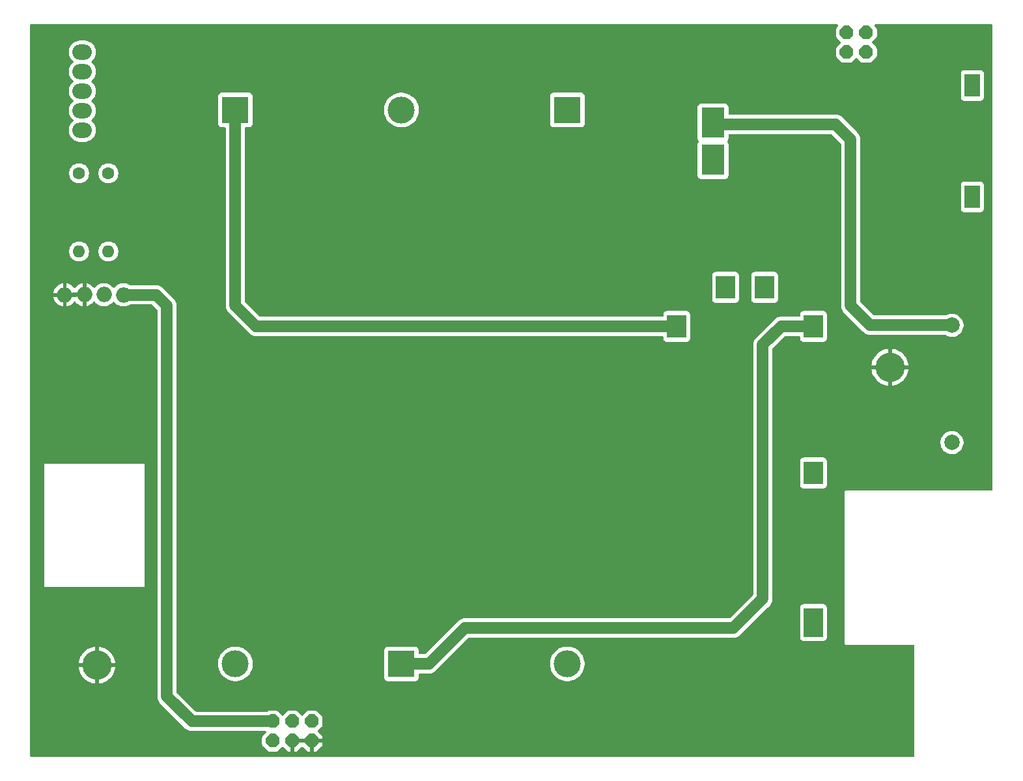
<source format=gbr>
%TF.GenerationSoftware,KiCad,Pcbnew,9.0.0*%
%TF.CreationDate,2025-04-09T21:16:24+03:00*%
%TF.ProjectId,QMX+ Battery + Audio Board,514d582b-2042-4617-9474-657279202b20,rev?*%
%TF.SameCoordinates,Original*%
%TF.FileFunction,Copper,L2,Bot*%
%TF.FilePolarity,Positive*%
%FSLAX46Y46*%
G04 Gerber Fmt 4.6, Leading zero omitted, Abs format (unit mm)*
G04 Created by KiCad (PCBNEW 9.0.0) date 2025-04-09 21:16:24*
%MOMM*%
%LPD*%
G01*
G04 APERTURE LIST*
G04 Aperture macros list*
%AMOutline5P*
0 Free polygon, 5 corners , with rotation*
0 The origin of the aperture is its center*
0 number of corners: always 5*
0 $1 to $10 corner X, Y*
0 $11 Rotation angle, in degrees counterclockwise*
0 create outline with 5 corners*
4,1,5,$1,$2,$3,$4,$5,$6,$7,$8,$9,$10,$1,$2,$11*%
%AMOutline6P*
0 Free polygon, 6 corners , with rotation*
0 The origin of the aperture is its center*
0 number of corners: always 6*
0 $1 to $12 corner X, Y*
0 $13 Rotation angle, in degrees counterclockwise*
0 create outline with 6 corners*
4,1,6,$1,$2,$3,$4,$5,$6,$7,$8,$9,$10,$11,$12,$1,$2,$13*%
%AMOutline7P*
0 Free polygon, 7 corners , with rotation*
0 The origin of the aperture is its center*
0 number of corners: always 7*
0 $1 to $14 corner X, Y*
0 $15 Rotation angle, in degrees counterclockwise*
0 create outline with 7 corners*
4,1,7,$1,$2,$3,$4,$5,$6,$7,$8,$9,$10,$11,$12,$13,$14,$1,$2,$15*%
%AMOutline8P*
0 Free polygon, 8 corners , with rotation*
0 The origin of the aperture is its center*
0 number of corners: always 8*
0 $1 to $16 corner X, Y*
0 $17 Rotation angle, in degrees counterclockwise*
0 create outline with 8 corners*
4,1,8,$1,$2,$3,$4,$5,$6,$7,$8,$9,$10,$11,$12,$13,$14,$15,$16,$1,$2,$17*%
G04 Aperture macros list end*
%TA.AperFunction,ComponentPad*%
%ADD10R,2.000000X3.000000*%
%TD*%
%TA.AperFunction,ComponentPad*%
%ADD11R,3.000000X4.000000*%
%TD*%
%TA.AperFunction,ComponentPad*%
%ADD12R,3.500000X3.500000*%
%TD*%
%TA.AperFunction,ComponentPad*%
%ADD13C,3.500000*%
%TD*%
%TA.AperFunction,ComponentPad*%
%ADD14C,2.000000*%
%TD*%
%TA.AperFunction,ComponentPad*%
%ADD15O,2.000000X2.000000*%
%TD*%
%TA.AperFunction,ComponentPad*%
%ADD16O,2.540000X2.000000*%
%TD*%
%TA.AperFunction,ComponentPad*%
%ADD17C,1.600000*%
%TD*%
%TA.AperFunction,ComponentPad*%
%ADD18O,1.600000X1.600000*%
%TD*%
%TA.AperFunction,ComponentPad*%
%ADD19R,2.520000X1.551400*%
%TD*%
%TA.AperFunction,ComponentPad*%
%ADD20R,2.500000X3.000000*%
%TD*%
%TA.AperFunction,ComponentPad*%
%ADD21C,3.810000*%
%TD*%
%TA.AperFunction,ComponentPad*%
%ADD22Outline8P,-0.889000X0.368236X-0.368236X0.889000X0.368236X0.889000X0.889000X0.368236X0.889000X-0.368236X0.368236X-0.889000X-0.368236X-0.889000X-0.889000X-0.368236X0.000000*%
%TD*%
%TA.AperFunction,ComponentPad*%
%ADD23Outline8P,-0.889000X0.368236X-0.368236X0.889000X0.368236X0.889000X0.889000X0.368236X0.889000X-0.368236X0.368236X-0.889000X-0.368236X-0.889000X-0.889000X-0.368236X270.000000*%
%TD*%
%TA.AperFunction,Conductor*%
%ADD24C,1.500000*%
%TD*%
G04 APERTURE END LIST*
D10*
%TO.P,U1,1,VIN*%
%TO.N,unconnected-(U1-VIN-Pad1)*%
X212668500Y-77317500D03*
%TO.P,U1,2,GND*%
%TO.N,unconnected-(U1-GND-Pad2)*%
X212668500Y-62839500D03*
D11*
%TO.P,U1,3,BAT*%
%TO.N,Net-(J3-Pin_1)*%
X178938500Y-67665500D03*
%TO.P,U1,4,GND*%
%TO.N,Net-(BMS1--)*%
X178938500Y-72491500D03*
%TD*%
D12*
%TO.P,BT3,1,+*%
%TO.N,Net-(BMS1-12.6V)*%
X116840000Y-66000000D03*
D13*
%TO.P,BT3,2,-*%
%TO.N,Net-(BMS1-8.4V)*%
X116840000Y-138000000D03*
%TD*%
D14*
%TO.P,F1,1*%
%TO.N,Net-(J3-Pin_1)*%
X210000000Y-93980000D03*
%TO.P,F1,2*%
%TO.N,Net-(BMS1-+)*%
X210000000Y-109220000D03*
%TD*%
D15*
%TO.P,U2,1,VDD*%
%TO.N,Net-(J2-Pin_2)*%
X102284000Y-90028200D03*
%TO.P,U2,2,IN*%
%TO.N,Net-(U2-IN)*%
X99744000Y-90006100D03*
%TO.P,U2,3,GND*%
%TO.N,GND*%
X94655000Y-90028200D03*
X97204000Y-90006100D03*
%TD*%
D16*
%TO.P,J1,1,Pin_1*%
%TO.N,unconnected-(J1-Pin_1-Pad1)*%
X96940000Y-68640000D03*
%TO.P,J1,2,Pin_2*%
%TO.N,unconnected-(J1-Pin_2-Pad2)*%
X96940000Y-66100000D03*
%TO.P,J1,3,Pin_3*%
%TO.N,Net-(J1-Pin_3)*%
X96940000Y-63560000D03*
%TO.P,J1,4,Pin_4*%
%TO.N,Net-(J1-Pin_4)*%
X96940000Y-61020000D03*
%TO.P,J1,5,Pin_5*%
%TO.N,unconnected-(J1-Pin_5-Pad5)*%
X96940000Y-58480000D03*
%TD*%
D17*
%TO.P,R2,1*%
%TO.N,Net-(J1-Pin_4)*%
X96520000Y-74236000D03*
D18*
%TO.P,R2,2*%
%TO.N,Net-(U2-IN)*%
X96520000Y-84396000D03*
%TD*%
D17*
%TO.P,R1,1*%
%TO.N,Net-(J1-Pin_3)*%
X100330000Y-74236000D03*
D18*
%TO.P,R1,2*%
%TO.N,Net-(U2-IN)*%
X100330000Y-84396000D03*
%TD*%
D19*
%TO.P,BMS1,1,0V*%
%TO.N,Net-(BMS1-0V)*%
X192010000Y-133750300D03*
D20*
X192000000Y-132240000D03*
%TO.P,BMS1,2,4.2V*%
%TO.N,Net-(BMS1-4.2V)*%
X192000000Y-113190000D03*
%TO.P,BMS1,3,8.4V*%
%TO.N,Net-(BMS1-8.4V)*%
X192000000Y-94140000D03*
%TO.P,BMS1,4,12.6V*%
%TO.N,Net-(BMS1-12.6V)*%
X174220000Y-94140000D03*
%TO.P,BMS1,5,+*%
%TO.N,Net-(BMS1-+)*%
X180570000Y-89060000D03*
%TO.P,BMS1,6,-*%
%TO.N,Net-(BMS1--)*%
X185650000Y-89060000D03*
%TD*%
D21*
%TO.P,H4,B3\u002C3*%
%TO.N,GND*%
X98840000Y-138172500D03*
%TD*%
%TO.P,H202,B3\u002C3*%
%TO.N,GND*%
X201948750Y-99437500D03*
%TD*%
D12*
%TO.P,BT2,1,+*%
%TO.N,Net-(BMS1-8.4V)*%
X138430000Y-138000000D03*
D13*
%TO.P,BT2,2,-*%
%TO.N,Net-(BMS1-4.2V)*%
X138430000Y-66000000D03*
%TD*%
D12*
%TO.P,BT1,1,+*%
%TO.N,Net-(BMS1-4.2V)*%
X160000000Y-66000000D03*
D13*
%TO.P,BT1,2,-*%
%TO.N,Net-(BMS1-0V)*%
X160000000Y-138000000D03*
%TD*%
D22*
%TO.P,J2,1,Pin_1*%
%TO.N,unconnected-(J2-Pin_1-Pad1)*%
X121700000Y-148010000D03*
%TO.P,J2,2,Pin_2*%
%TO.N,Net-(J2-Pin_2)*%
X121700000Y-145470000D03*
%TO.P,J2,3,Pin_3*%
%TO.N,GND*%
X124240000Y-148010000D03*
%TO.P,J2,4,Pin_4*%
%TO.N,unconnected-(J2-Pin_4-Pad4)*%
X124240000Y-145470000D03*
%TO.P,J2,5,Pin_5*%
%TO.N,GND*%
X126780000Y-148010000D03*
%TO.P,J2,6,Pin_6*%
%TO.N,unconnected-(J2-Pin_6-Pad6)*%
X126780000Y-145470000D03*
%TD*%
D23*
%TO.P,J3,1,Pin_1*%
%TO.N,Net-(J3-Pin_1)*%
X196312500Y-55940000D03*
%TO.P,J3,2,Pin_2*%
%TO.N,unconnected-(J3-Pin_2-Pad2)*%
X198852500Y-55940000D03*
%TO.P,J3,3,Pin_3*%
%TO.N,Net-(BMS1--)*%
X196312500Y-58480000D03*
%TO.P,J3,4,Pin_4*%
%TO.N,unconnected-(J3-Pin_4-Pad4)*%
X198852500Y-58480000D03*
%TD*%
D24*
%TO.N,Net-(BMS1-12.6V)*%
X119540000Y-94140000D02*
X174220000Y-94140000D01*
X116840000Y-66000000D02*
X116840000Y-91440000D01*
X116840000Y-91440000D02*
X119540000Y-94140000D01*
%TO.N,Net-(BMS1-8.4V)*%
X146650000Y-133350000D02*
X181610000Y-133350000D01*
X187800000Y-94140000D02*
X192000000Y-94140000D01*
X181610000Y-133350000D02*
X185420000Y-129540000D01*
X138430000Y-138000000D02*
X142000000Y-138000000D01*
X185420000Y-96520000D02*
X187800000Y-94140000D01*
X185420000Y-129540000D02*
X185420000Y-96520000D01*
X142000000Y-138000000D02*
X146650000Y-133350000D01*
%TO.N,Net-(J2-Pin_2)*%
X106538200Y-90028200D02*
X102284000Y-90028200D01*
X107950000Y-142240000D02*
X107950000Y-91440000D01*
X121700000Y-145470000D02*
X111180000Y-145470000D01*
X111180000Y-145470000D02*
X107950000Y-142240000D01*
X107950000Y-91440000D02*
X106538200Y-90028200D01*
%TO.N,Net-(J3-Pin_1)*%
X194861600Y-67861600D02*
X178938500Y-67861600D01*
X196850000Y-91440000D02*
X196850000Y-69850000D01*
X178938500Y-68580000D02*
X178938500Y-67861600D01*
X196850000Y-69850000D02*
X194861600Y-67861600D01*
X210000000Y-93980000D02*
X199390000Y-93980000D01*
X199390000Y-93980000D02*
X196850000Y-91440000D01*
%TD*%
%TA.AperFunction,Conductor*%
%TO.N,GND*%
G36*
X126306619Y-147813919D02*
G01*
X126272000Y-147943120D01*
X126272000Y-148076880D01*
X126306619Y-148206081D01*
X126337749Y-148260000D01*
X124682251Y-148260000D01*
X124713381Y-148206081D01*
X124748000Y-148076880D01*
X124748000Y-147943120D01*
X124713381Y-147813919D01*
X124682251Y-147760000D01*
X126337749Y-147760000D01*
X126306619Y-147813919D01*
G37*
%TD.AperFunction*%
%TA.AperFunction,Conductor*%
G36*
X96738075Y-89813107D02*
G01*
X96704000Y-89940274D01*
X96704000Y-90071926D01*
X96738075Y-90199093D01*
X96770988Y-90256100D01*
X96273179Y-90256100D01*
X96237896Y-90275366D01*
X96211538Y-90278200D01*
X95088012Y-90278200D01*
X95120925Y-90221193D01*
X95155000Y-90094026D01*
X95155000Y-89962374D01*
X95120925Y-89835207D01*
X95088012Y-89778200D01*
X95585821Y-89778200D01*
X95621104Y-89758934D01*
X95647462Y-89756100D01*
X96770988Y-89756100D01*
X96738075Y-89813107D01*
G37*
%TD.AperFunction*%
%TA.AperFunction,Conductor*%
G36*
X195184627Y-54890185D02*
G01*
X195230382Y-54942989D01*
X195240326Y-55012147D01*
X195211301Y-55075703D01*
X195205269Y-55082181D01*
X195040628Y-55246821D01*
X195040611Y-55246840D01*
X194988636Y-55313745D01*
X194988635Y-55313746D01*
X194933561Y-55446710D01*
X194933559Y-55446717D01*
X194923000Y-55530783D01*
X194922999Y-55530790D01*
X194922999Y-56349210D01*
X194933559Y-56433282D01*
X194933560Y-56433286D01*
X194988636Y-56566251D01*
X195000238Y-56581186D01*
X195040621Y-56633171D01*
X195040625Y-56633175D01*
X195040626Y-56633176D01*
X195529768Y-57122318D01*
X195563253Y-57183641D01*
X195558269Y-57253333D01*
X195529768Y-57297680D01*
X195040628Y-57786821D01*
X195040611Y-57786840D01*
X194988636Y-57853745D01*
X194988635Y-57853746D01*
X194933561Y-57986710D01*
X194933559Y-57986717D01*
X194923000Y-58070783D01*
X194922999Y-58070790D01*
X194922999Y-58889210D01*
X194933559Y-58973282D01*
X194933560Y-58973286D01*
X194988636Y-59106251D01*
X195000238Y-59121186D01*
X195040621Y-59173171D01*
X195040625Y-59173175D01*
X195040626Y-59173176D01*
X195619321Y-59751871D01*
X195619340Y-59751888D01*
X195686245Y-59803863D01*
X195686246Y-59803864D01*
X195758963Y-59833983D01*
X195819214Y-59858940D01*
X195903287Y-59869500D01*
X196721709Y-59869501D01*
X196805785Y-59858940D01*
X196938752Y-59803863D01*
X197005671Y-59751879D01*
X197494818Y-59262729D01*
X197556141Y-59229245D01*
X197625832Y-59234229D01*
X197670180Y-59262730D01*
X198159321Y-59751871D01*
X198159340Y-59751888D01*
X198226245Y-59803863D01*
X198226246Y-59803864D01*
X198298963Y-59833983D01*
X198359214Y-59858940D01*
X198443287Y-59869500D01*
X199261709Y-59869501D01*
X199345785Y-59858940D01*
X199478752Y-59803863D01*
X199545671Y-59751879D01*
X200124382Y-59173167D01*
X200176364Y-59106253D01*
X200231440Y-58973286D01*
X200242000Y-58889213D01*
X200242001Y-58070791D01*
X200231440Y-57986715D01*
X200176363Y-57853748D01*
X200124379Y-57786829D01*
X199840037Y-57502487D01*
X199635230Y-57297680D01*
X199601745Y-57236357D01*
X199606729Y-57166665D01*
X199635228Y-57122320D01*
X200124382Y-56633167D01*
X200176364Y-56566253D01*
X200231440Y-56433286D01*
X200242000Y-56349213D01*
X200242001Y-55530791D01*
X200231440Y-55446715D01*
X200176363Y-55313748D01*
X200124379Y-55246829D01*
X199959731Y-55082181D01*
X199926246Y-55020858D01*
X199931230Y-54951166D01*
X199973102Y-54895233D01*
X200038566Y-54870816D01*
X200047412Y-54870500D01*
X215180500Y-54870500D01*
X215247539Y-54890185D01*
X215293294Y-54942989D01*
X215304500Y-54994500D01*
X215304500Y-115305500D01*
X215284815Y-115372539D01*
X215232011Y-115418294D01*
X215180500Y-115429500D01*
X196223866Y-115429500D01*
X196150175Y-115460024D01*
X196093774Y-115516425D01*
X196063250Y-115590116D01*
X196063250Y-115590118D01*
X196063250Y-135275118D01*
X196063250Y-135354882D01*
X196093774Y-135428574D01*
X196150176Y-135484976D01*
X196223868Y-135515500D01*
X205020500Y-135515500D01*
X205087539Y-135535185D01*
X205133294Y-135587989D01*
X205144500Y-135639500D01*
X205144500Y-149935500D01*
X205124815Y-150002539D01*
X205072011Y-150048294D01*
X205020500Y-150059500D01*
X90274500Y-150059500D01*
X90207461Y-150039815D01*
X90161706Y-149987011D01*
X90150500Y-149935500D01*
X90150500Y-137922500D01*
X96447951Y-137922500D01*
X97209029Y-137922500D01*
X97190000Y-138042642D01*
X97190000Y-138302358D01*
X97209029Y-138422500D01*
X96447951Y-138422500D01*
X96465243Y-138575974D01*
X96465245Y-138575990D01*
X96525352Y-138839337D01*
X96525353Y-138839339D01*
X96614569Y-139094306D01*
X96614571Y-139094310D01*
X96731767Y-139337671D01*
X96875485Y-139566395D01*
X97043904Y-139777587D01*
X97234912Y-139968595D01*
X97446104Y-140137014D01*
X97674828Y-140280732D01*
X97918189Y-140397928D01*
X97918193Y-140397930D01*
X98173160Y-140487146D01*
X98173162Y-140487147D01*
X98436509Y-140547254D01*
X98436525Y-140547256D01*
X98590000Y-140564549D01*
X98590000Y-139803471D01*
X98710142Y-139822500D01*
X98969858Y-139822500D01*
X99090000Y-139803471D01*
X99090000Y-140564548D01*
X99243474Y-140547256D01*
X99243490Y-140547254D01*
X99506837Y-140487147D01*
X99506839Y-140487146D01*
X99761806Y-140397930D01*
X99761810Y-140397928D01*
X100005171Y-140280732D01*
X100233895Y-140137014D01*
X100445087Y-139968595D01*
X100636095Y-139777587D01*
X100804514Y-139566395D01*
X100948232Y-139337671D01*
X101065428Y-139094310D01*
X101065430Y-139094306D01*
X101154646Y-138839339D01*
X101154647Y-138839337D01*
X101214754Y-138575990D01*
X101214756Y-138575974D01*
X101232049Y-138422500D01*
X100470971Y-138422500D01*
X100490000Y-138302358D01*
X100490000Y-138042642D01*
X100470971Y-137922500D01*
X101232049Y-137922500D01*
X101214756Y-137769025D01*
X101214754Y-137769009D01*
X101154647Y-137505662D01*
X101154646Y-137505660D01*
X101065430Y-137250693D01*
X101065428Y-137250689D01*
X100948232Y-137007328D01*
X100804514Y-136778604D01*
X100636095Y-136567412D01*
X100445087Y-136376404D01*
X100233895Y-136207985D01*
X100005171Y-136064267D01*
X99761810Y-135947071D01*
X99761806Y-135947069D01*
X99506839Y-135857853D01*
X99506837Y-135857852D01*
X99243490Y-135797745D01*
X99243474Y-135797743D01*
X99090000Y-135780449D01*
X99090000Y-136541528D01*
X98969858Y-136522500D01*
X98710142Y-136522500D01*
X98590000Y-136541528D01*
X98590000Y-135780449D01*
X98436525Y-135797743D01*
X98436509Y-135797745D01*
X98173162Y-135857852D01*
X98173160Y-135857853D01*
X97918193Y-135947069D01*
X97918189Y-135947071D01*
X97674828Y-136064267D01*
X97446104Y-136207985D01*
X97234912Y-136376404D01*
X97043904Y-136567412D01*
X96875485Y-136778604D01*
X96731767Y-137007328D01*
X96614571Y-137250689D01*
X96614569Y-137250693D01*
X96525353Y-137505660D01*
X96525352Y-137505662D01*
X96465245Y-137769009D01*
X96465243Y-137769025D01*
X96447951Y-137922500D01*
X90150500Y-137922500D01*
X90150500Y-128000000D01*
X92000000Y-128000000D01*
X105000000Y-128000000D01*
X105000000Y-112000000D01*
X92000000Y-112000000D01*
X92000000Y-128000000D01*
X90150500Y-128000000D01*
X90150500Y-89778200D01*
X93175898Y-89778200D01*
X94221988Y-89778200D01*
X94189075Y-89835207D01*
X94155000Y-89962374D01*
X94155000Y-90094026D01*
X94189075Y-90221193D01*
X94221988Y-90278200D01*
X93175898Y-90278200D01*
X93191934Y-90379447D01*
X93264897Y-90604002D01*
X93372085Y-90814371D01*
X93510866Y-91005386D01*
X93677813Y-91172333D01*
X93868828Y-91311114D01*
X94079195Y-91418302D01*
X94303744Y-91491263D01*
X94303750Y-91491265D01*
X94405000Y-91507301D01*
X94405000Y-90461212D01*
X94462007Y-90494125D01*
X94589174Y-90528200D01*
X94720826Y-90528200D01*
X94847993Y-90494125D01*
X94905000Y-90461212D01*
X94905000Y-91507300D01*
X95006249Y-91491265D01*
X95006255Y-91491263D01*
X95230804Y-91418302D01*
X95441171Y-91311114D01*
X95632186Y-91172333D01*
X95799139Y-91005380D01*
X95837209Y-90952980D01*
X95892538Y-90910314D01*
X95962151Y-90904333D01*
X96023947Y-90936938D01*
X96037846Y-90952978D01*
X96059866Y-90983286D01*
X96226813Y-91150233D01*
X96417828Y-91289014D01*
X96628195Y-91396202D01*
X96852744Y-91469163D01*
X96852750Y-91469165D01*
X96954000Y-91485201D01*
X96954000Y-90439112D01*
X97011007Y-90472025D01*
X97138174Y-90506100D01*
X97269826Y-90506100D01*
X97396993Y-90472025D01*
X97454000Y-90439112D01*
X97454000Y-91485200D01*
X97555249Y-91469165D01*
X97555255Y-91469163D01*
X97779804Y-91396202D01*
X97990171Y-91289014D01*
X98181186Y-91150233D01*
X98348137Y-90983282D01*
X98373371Y-90948550D01*
X98428700Y-90905883D01*
X98498314Y-90899902D01*
X98560109Y-90932507D01*
X98574008Y-90948547D01*
X98599483Y-90983610D01*
X98766490Y-91150617D01*
X98957567Y-91289443D01*
X99000099Y-91311114D01*
X99168003Y-91396666D01*
X99168005Y-91396666D01*
X99168008Y-91396668D01*
X99236025Y-91418768D01*
X99392631Y-91469653D01*
X99625903Y-91506600D01*
X99625908Y-91506600D01*
X99862097Y-91506600D01*
X100095368Y-91469653D01*
X100096876Y-91469163D01*
X100319992Y-91396668D01*
X100530433Y-91289443D01*
X100721510Y-91150617D01*
X100888517Y-90983610D01*
X100905651Y-90960026D01*
X100960979Y-90917359D01*
X101030593Y-90911378D01*
X101092389Y-90943982D01*
X101106288Y-90960022D01*
X101139482Y-91005709D01*
X101139483Y-91005710D01*
X101306490Y-91172717D01*
X101497567Y-91311543D01*
X101556512Y-91341577D01*
X101708003Y-91418766D01*
X101708005Y-91418766D01*
X101708008Y-91418768D01*
X101828412Y-91457889D01*
X101932631Y-91491753D01*
X102165903Y-91528700D01*
X102165908Y-91528700D01*
X102402097Y-91528700D01*
X102635368Y-91491753D01*
X102655536Y-91485200D01*
X102859992Y-91418768D01*
X103070433Y-91311543D01*
X103076799Y-91306917D01*
X103083043Y-91302382D01*
X103148849Y-91278902D01*
X103155928Y-91278700D01*
X105968864Y-91278700D01*
X106035903Y-91298385D01*
X106056545Y-91315019D01*
X106663181Y-91921655D01*
X106696666Y-91982978D01*
X106699500Y-92009336D01*
X106699500Y-142338422D01*
X106730290Y-142532826D01*
X106791117Y-142720030D01*
X106880476Y-142895405D01*
X106996172Y-143054646D01*
X110365354Y-146423828D01*
X110524595Y-146539524D01*
X110699974Y-146628884D01*
X110699976Y-146628884D01*
X110699979Y-146628886D01*
X110699977Y-146628886D01*
X110876178Y-146686136D01*
X110876179Y-146686137D01*
X110883145Y-146688400D01*
X110887174Y-146689709D01*
X110984378Y-146705104D01*
X111081578Y-146720500D01*
X111081583Y-146720500D01*
X111081584Y-146720500D01*
X111278417Y-146720500D01*
X120725087Y-146720500D01*
X120792126Y-146740185D01*
X120837881Y-146792989D01*
X120847825Y-146862147D01*
X120818800Y-146925703D01*
X120812768Y-146932181D01*
X120428128Y-147316821D01*
X120428111Y-147316840D01*
X120376136Y-147383745D01*
X120376135Y-147383746D01*
X120321061Y-147516710D01*
X120321059Y-147516717D01*
X120310500Y-147600783D01*
X120310499Y-147600790D01*
X120310499Y-148419210D01*
X120321059Y-148503282D01*
X120321060Y-148503286D01*
X120376136Y-148636251D01*
X120376137Y-148636252D01*
X120428121Y-148703171D01*
X120428125Y-148703175D01*
X120428126Y-148703176D01*
X121006821Y-149281871D01*
X121006840Y-149281888D01*
X121073745Y-149333863D01*
X121073746Y-149333864D01*
X121146463Y-149363983D01*
X121206714Y-149388940D01*
X121290787Y-149399500D01*
X122109209Y-149399501D01*
X122193285Y-149388940D01*
X122326252Y-149333863D01*
X122393171Y-149281879D01*
X122882674Y-148792374D01*
X122943995Y-148758891D01*
X123013686Y-148763875D01*
X123058034Y-148792376D01*
X123547154Y-149281496D01*
X123547167Y-149281507D01*
X123614005Y-149333429D01*
X123746839Y-149388450D01*
X123830825Y-149398999D01*
X123989999Y-149398999D01*
X123990000Y-149398998D01*
X123990000Y-148452251D01*
X124043919Y-148483381D01*
X124173120Y-148518000D01*
X124306880Y-148518000D01*
X124436081Y-148483381D01*
X124490000Y-148452251D01*
X124490000Y-149398999D01*
X124649170Y-149398999D01*
X124733160Y-149388451D01*
X124865993Y-149333429D01*
X124932840Y-149281500D01*
X124932846Y-149281495D01*
X125422319Y-148792023D01*
X125483642Y-148758538D01*
X125553334Y-148763522D01*
X125597681Y-148792023D01*
X126087154Y-149281496D01*
X126087167Y-149281507D01*
X126154005Y-149333429D01*
X126286839Y-149388450D01*
X126370825Y-149398999D01*
X126529999Y-149398999D01*
X126530000Y-149398998D01*
X126530000Y-148452251D01*
X126583919Y-148483381D01*
X126713120Y-148518000D01*
X126846880Y-148518000D01*
X126976081Y-148483381D01*
X127030000Y-148452251D01*
X127030000Y-149398999D01*
X127189170Y-149398999D01*
X127273160Y-149388451D01*
X127405993Y-149333429D01*
X127472840Y-149281500D01*
X127472846Y-149281495D01*
X128051496Y-148702845D01*
X128051507Y-148702832D01*
X128103429Y-148635994D01*
X128103429Y-148635993D01*
X128158450Y-148503160D01*
X128168999Y-148419177D01*
X128169000Y-148419171D01*
X128169000Y-148260000D01*
X127222251Y-148260000D01*
X127253381Y-148206081D01*
X127288000Y-148076880D01*
X127288000Y-147943120D01*
X127253381Y-147813919D01*
X127222251Y-147760000D01*
X128168999Y-147760000D01*
X128168999Y-147600829D01*
X128158451Y-147516839D01*
X128103429Y-147384006D01*
X128051500Y-147317159D01*
X128051495Y-147317153D01*
X127562376Y-146828034D01*
X127528891Y-146766711D01*
X127533875Y-146697019D01*
X127562372Y-146652677D01*
X128051882Y-146163167D01*
X128103864Y-146096253D01*
X128158940Y-145963286D01*
X128169500Y-145879213D01*
X128169501Y-145060791D01*
X128158940Y-144976715D01*
X128103863Y-144843748D01*
X128051879Y-144776829D01*
X127962319Y-144687269D01*
X127473178Y-144198128D01*
X127473159Y-144198111D01*
X127406254Y-144146136D01*
X127406253Y-144146135D01*
X127273289Y-144091061D01*
X127273287Y-144091060D01*
X127273286Y-144091060D01*
X127273285Y-144091059D01*
X127273282Y-144091059D01*
X127189216Y-144080500D01*
X127189209Y-144080499D01*
X126370789Y-144080499D01*
X126286717Y-144091059D01*
X126286713Y-144091060D01*
X126153748Y-144146136D01*
X126086829Y-144198121D01*
X126086823Y-144198126D01*
X125597681Y-144687269D01*
X125536358Y-144720754D01*
X125466666Y-144715770D01*
X125422319Y-144687269D01*
X124933178Y-144198128D01*
X124933159Y-144198111D01*
X124866254Y-144146136D01*
X124866253Y-144146135D01*
X124733289Y-144091061D01*
X124733287Y-144091060D01*
X124733286Y-144091060D01*
X124733285Y-144091059D01*
X124733282Y-144091059D01*
X124649216Y-144080500D01*
X124649209Y-144080499D01*
X123830789Y-144080499D01*
X123746717Y-144091059D01*
X123746713Y-144091060D01*
X123613748Y-144146136D01*
X123546829Y-144198121D01*
X123546823Y-144198126D01*
X123057681Y-144687269D01*
X122996358Y-144720754D01*
X122926666Y-144715770D01*
X122882319Y-144687269D01*
X122393178Y-144198128D01*
X122393159Y-144198111D01*
X122326254Y-144146136D01*
X122326253Y-144146135D01*
X122193289Y-144091061D01*
X122193287Y-144091060D01*
X122193286Y-144091060D01*
X122193285Y-144091059D01*
X122193282Y-144091059D01*
X122109216Y-144080500D01*
X122109209Y-144080499D01*
X121290789Y-144080499D01*
X121206717Y-144091059D01*
X121206713Y-144091060D01*
X121073748Y-144146136D01*
X121036902Y-144174759D01*
X121012873Y-144193425D01*
X120947857Y-144219006D01*
X120936804Y-144219500D01*
X111749336Y-144219500D01*
X111682297Y-144199815D01*
X111661655Y-144183181D01*
X109236819Y-141758345D01*
X109203334Y-141697022D01*
X109200500Y-141670664D01*
X109200500Y-137852486D01*
X114589500Y-137852486D01*
X114589500Y-138147513D01*
X114609887Y-138302358D01*
X114628007Y-138439993D01*
X114664443Y-138575974D01*
X114704361Y-138724951D01*
X114704364Y-138724961D01*
X114817254Y-138997500D01*
X114817258Y-138997510D01*
X114964761Y-139252993D01*
X115144352Y-139487040D01*
X115144358Y-139487047D01*
X115352952Y-139695641D01*
X115352959Y-139695647D01*
X115587006Y-139875238D01*
X115842489Y-140022741D01*
X115842490Y-140022741D01*
X115842493Y-140022743D01*
X116115048Y-140135639D01*
X116400007Y-140211993D01*
X116678415Y-140248646D01*
X116692478Y-140250498D01*
X116692494Y-140250500D01*
X116692501Y-140250500D01*
X116987499Y-140250500D01*
X116987506Y-140250500D01*
X117279993Y-140211993D01*
X117564952Y-140135639D01*
X117837507Y-140022743D01*
X118092994Y-139875238D01*
X118327042Y-139695646D01*
X118535646Y-139487042D01*
X118715238Y-139252994D01*
X118862743Y-138997507D01*
X118975639Y-138724952D01*
X119051993Y-138439993D01*
X119090500Y-138147506D01*
X119090500Y-137852494D01*
X119051993Y-137560007D01*
X118975639Y-137275048D01*
X118862743Y-137002493D01*
X118811623Y-136913951D01*
X118715238Y-136747006D01*
X118535647Y-136512959D01*
X118535641Y-136512952D01*
X118327047Y-136304358D01*
X118327040Y-136304352D01*
X118317696Y-136297182D01*
X118193829Y-136202135D01*
X136179500Y-136202135D01*
X136179500Y-139797870D01*
X136179501Y-139797876D01*
X136185908Y-139857483D01*
X136236202Y-139992328D01*
X136236206Y-139992335D01*
X136322452Y-140107544D01*
X136322455Y-140107547D01*
X136437664Y-140193793D01*
X136437671Y-140193797D01*
X136572517Y-140244091D01*
X136572516Y-140244091D01*
X136579444Y-140244835D01*
X136632127Y-140250500D01*
X140227872Y-140250499D01*
X140287483Y-140244091D01*
X140422331Y-140193796D01*
X140537546Y-140107546D01*
X140623796Y-139992331D01*
X140674091Y-139857483D01*
X140680500Y-139797873D01*
X140680500Y-139374500D01*
X140700185Y-139307461D01*
X140752989Y-139261706D01*
X140804500Y-139250500D01*
X142098422Y-139250500D01*
X142292826Y-139219709D01*
X142480026Y-139158884D01*
X142655405Y-139069524D01*
X142814646Y-138953828D01*
X143915988Y-137852486D01*
X157749500Y-137852486D01*
X157749500Y-138147513D01*
X157769887Y-138302358D01*
X157788007Y-138439993D01*
X157824443Y-138575974D01*
X157864361Y-138724951D01*
X157864364Y-138724961D01*
X157977254Y-138997500D01*
X157977258Y-138997510D01*
X158124761Y-139252993D01*
X158304352Y-139487040D01*
X158304358Y-139487047D01*
X158512952Y-139695641D01*
X158512959Y-139695647D01*
X158747006Y-139875238D01*
X159002489Y-140022741D01*
X159002490Y-140022741D01*
X159002493Y-140022743D01*
X159275048Y-140135639D01*
X159560007Y-140211993D01*
X159838415Y-140248646D01*
X159852478Y-140250498D01*
X159852494Y-140250500D01*
X159852501Y-140250500D01*
X160147499Y-140250500D01*
X160147506Y-140250500D01*
X160439993Y-140211993D01*
X160724952Y-140135639D01*
X160997507Y-140022743D01*
X161252994Y-139875238D01*
X161487042Y-139695646D01*
X161695646Y-139487042D01*
X161875238Y-139252994D01*
X162022743Y-138997507D01*
X162135639Y-138724952D01*
X162211993Y-138439993D01*
X162250500Y-138147506D01*
X162250500Y-137852494D01*
X162211993Y-137560007D01*
X162135639Y-137275048D01*
X162022743Y-137002493D01*
X161971623Y-136913951D01*
X161875238Y-136747006D01*
X161695647Y-136512959D01*
X161695641Y-136512952D01*
X161487047Y-136304358D01*
X161487040Y-136304352D01*
X161252993Y-136124761D01*
X160997510Y-135977258D01*
X160997500Y-135977254D01*
X160724961Y-135864364D01*
X160724954Y-135864362D01*
X160724952Y-135864361D01*
X160439993Y-135788007D01*
X160382585Y-135780449D01*
X160147513Y-135749500D01*
X160147506Y-135749500D01*
X159852494Y-135749500D01*
X159852486Y-135749500D01*
X159574085Y-135786153D01*
X159560007Y-135788007D01*
X159492087Y-135806206D01*
X159275048Y-135864361D01*
X159275038Y-135864364D01*
X159002499Y-135977254D01*
X159002489Y-135977258D01*
X158747006Y-136124761D01*
X158512959Y-136304352D01*
X158512952Y-136304358D01*
X158304358Y-136512952D01*
X158304352Y-136512959D01*
X158124761Y-136747006D01*
X157977258Y-137002489D01*
X157977254Y-137002499D01*
X157864364Y-137275038D01*
X157864361Y-137275048D01*
X157788008Y-137560004D01*
X157788006Y-137560015D01*
X157749500Y-137852486D01*
X143915988Y-137852486D01*
X147131655Y-134636819D01*
X147192978Y-134603334D01*
X147219336Y-134600500D01*
X181708422Y-134600500D01*
X181902826Y-134569709D01*
X182090026Y-134508884D01*
X182265405Y-134419524D01*
X182424646Y-134303828D01*
X186036339Y-130692135D01*
X190249500Y-130692135D01*
X190249500Y-134573870D01*
X190249501Y-134573876D01*
X190255908Y-134633483D01*
X190306202Y-134768328D01*
X190306206Y-134768335D01*
X190392452Y-134883544D01*
X190392455Y-134883547D01*
X190507664Y-134969793D01*
X190507671Y-134969797D01*
X190642517Y-135020091D01*
X190642516Y-135020091D01*
X190649444Y-135020835D01*
X190702127Y-135026500D01*
X193317872Y-135026499D01*
X193377483Y-135020091D01*
X193512331Y-134969796D01*
X193627546Y-134883546D01*
X193713796Y-134768331D01*
X193764091Y-134633483D01*
X193770500Y-134573873D01*
X193770499Y-132926728D01*
X193764091Y-132867117D01*
X193758317Y-132851636D01*
X193750499Y-132808302D01*
X193750499Y-130692129D01*
X193750498Y-130692123D01*
X193750497Y-130692116D01*
X193744091Y-130632517D01*
X193693796Y-130497669D01*
X193693795Y-130497668D01*
X193693793Y-130497664D01*
X193607547Y-130382455D01*
X193607544Y-130382452D01*
X193492335Y-130296206D01*
X193492328Y-130296202D01*
X193357482Y-130245908D01*
X193357483Y-130245908D01*
X193297883Y-130239501D01*
X193297881Y-130239500D01*
X193297873Y-130239500D01*
X193297864Y-130239500D01*
X190702129Y-130239500D01*
X190702123Y-130239501D01*
X190642516Y-130245908D01*
X190507671Y-130296202D01*
X190507664Y-130296206D01*
X190392455Y-130382452D01*
X190392452Y-130382455D01*
X190306206Y-130497664D01*
X190306202Y-130497671D01*
X190255908Y-130632517D01*
X190249501Y-130692116D01*
X190249501Y-130692123D01*
X190249500Y-130692135D01*
X186036339Y-130692135D01*
X186373829Y-130354645D01*
X186489524Y-130195405D01*
X186578884Y-130020026D01*
X186639709Y-129832826D01*
X186670500Y-129638421D01*
X186670500Y-111642135D01*
X190249500Y-111642135D01*
X190249500Y-114737870D01*
X190249501Y-114737876D01*
X190255908Y-114797483D01*
X190306202Y-114932328D01*
X190306206Y-114932335D01*
X190392452Y-115047544D01*
X190392455Y-115047547D01*
X190507664Y-115133793D01*
X190507671Y-115133797D01*
X190642517Y-115184091D01*
X190642516Y-115184091D01*
X190649444Y-115184835D01*
X190702127Y-115190500D01*
X193297872Y-115190499D01*
X193357483Y-115184091D01*
X193492331Y-115133796D01*
X193607546Y-115047546D01*
X193693796Y-114932331D01*
X193744091Y-114797483D01*
X193750500Y-114737873D01*
X193750499Y-111642128D01*
X193744091Y-111582517D01*
X193693796Y-111447669D01*
X193693795Y-111447668D01*
X193693793Y-111447664D01*
X193607547Y-111332455D01*
X193607544Y-111332452D01*
X193492335Y-111246206D01*
X193492328Y-111246202D01*
X193357482Y-111195908D01*
X193357483Y-111195908D01*
X193297883Y-111189501D01*
X193297881Y-111189500D01*
X193297873Y-111189500D01*
X193297864Y-111189500D01*
X190702129Y-111189500D01*
X190702123Y-111189501D01*
X190642516Y-111195908D01*
X190507671Y-111246202D01*
X190507664Y-111246206D01*
X190392455Y-111332452D01*
X190392452Y-111332455D01*
X190306206Y-111447664D01*
X190306202Y-111447671D01*
X190255908Y-111582517D01*
X190249501Y-111642116D01*
X190249501Y-111642123D01*
X190249500Y-111642135D01*
X186670500Y-111642135D01*
X186670500Y-109101902D01*
X208499500Y-109101902D01*
X208499500Y-109338097D01*
X208536446Y-109571368D01*
X208609433Y-109795996D01*
X208716657Y-110006433D01*
X208855483Y-110197510D01*
X209022490Y-110364517D01*
X209213567Y-110503343D01*
X209312991Y-110554002D01*
X209424003Y-110610566D01*
X209424005Y-110610566D01*
X209424008Y-110610568D01*
X209544412Y-110649689D01*
X209648631Y-110683553D01*
X209881903Y-110720500D01*
X209881908Y-110720500D01*
X210118097Y-110720500D01*
X210351368Y-110683553D01*
X210575992Y-110610568D01*
X210786433Y-110503343D01*
X210977510Y-110364517D01*
X211144517Y-110197510D01*
X211283343Y-110006433D01*
X211390568Y-109795992D01*
X211463553Y-109571368D01*
X211500500Y-109338097D01*
X211500500Y-109101902D01*
X211463553Y-108868631D01*
X211390566Y-108644003D01*
X211283342Y-108433566D01*
X211144517Y-108242490D01*
X210977510Y-108075483D01*
X210786433Y-107936657D01*
X210575996Y-107829433D01*
X210351368Y-107756446D01*
X210118097Y-107719500D01*
X210118092Y-107719500D01*
X209881908Y-107719500D01*
X209881903Y-107719500D01*
X209648631Y-107756446D01*
X209424003Y-107829433D01*
X209213566Y-107936657D01*
X209104550Y-108015862D01*
X209022490Y-108075483D01*
X209022488Y-108075485D01*
X209022487Y-108075485D01*
X208855485Y-108242487D01*
X208855485Y-108242488D01*
X208855483Y-108242490D01*
X208795862Y-108324550D01*
X208716657Y-108433566D01*
X208609433Y-108644003D01*
X208536446Y-108868631D01*
X208499500Y-109101902D01*
X186670500Y-109101902D01*
X186670500Y-99187500D01*
X199556701Y-99187500D01*
X200317779Y-99187500D01*
X200298750Y-99307642D01*
X200298750Y-99567358D01*
X200317779Y-99687500D01*
X199556701Y-99687500D01*
X199573993Y-99840974D01*
X199573995Y-99840990D01*
X199634102Y-100104337D01*
X199634103Y-100104339D01*
X199723319Y-100359306D01*
X199723321Y-100359310D01*
X199840517Y-100602671D01*
X199984235Y-100831395D01*
X200152654Y-101042587D01*
X200343662Y-101233595D01*
X200554854Y-101402014D01*
X200783578Y-101545732D01*
X201026939Y-101662928D01*
X201026943Y-101662930D01*
X201281910Y-101752146D01*
X201281912Y-101752147D01*
X201545259Y-101812254D01*
X201545275Y-101812256D01*
X201698750Y-101829549D01*
X201698750Y-101068471D01*
X201818892Y-101087500D01*
X202078608Y-101087500D01*
X202198750Y-101068471D01*
X202198750Y-101829548D01*
X202352224Y-101812256D01*
X202352240Y-101812254D01*
X202615587Y-101752147D01*
X202615589Y-101752146D01*
X202870556Y-101662930D01*
X202870560Y-101662928D01*
X203113921Y-101545732D01*
X203342645Y-101402014D01*
X203553837Y-101233595D01*
X203744845Y-101042587D01*
X203913264Y-100831395D01*
X204056982Y-100602671D01*
X204174178Y-100359310D01*
X204174180Y-100359306D01*
X204263396Y-100104339D01*
X204263397Y-100104337D01*
X204323504Y-99840990D01*
X204323506Y-99840974D01*
X204340799Y-99687500D01*
X203579721Y-99687500D01*
X203598750Y-99567358D01*
X203598750Y-99307642D01*
X203579721Y-99187500D01*
X204340799Y-99187500D01*
X204323506Y-99034025D01*
X204323504Y-99034009D01*
X204263397Y-98770662D01*
X204263396Y-98770660D01*
X204174180Y-98515693D01*
X204174178Y-98515689D01*
X204056982Y-98272328D01*
X203913264Y-98043604D01*
X203744845Y-97832412D01*
X203553837Y-97641404D01*
X203342645Y-97472985D01*
X203113921Y-97329267D01*
X202870560Y-97212071D01*
X202870556Y-97212069D01*
X202615589Y-97122853D01*
X202615587Y-97122852D01*
X202352240Y-97062745D01*
X202352224Y-97062743D01*
X202198750Y-97045449D01*
X202198750Y-97806528D01*
X202078608Y-97787500D01*
X201818892Y-97787500D01*
X201698750Y-97806528D01*
X201698750Y-97045449D01*
X201545275Y-97062743D01*
X201545259Y-97062745D01*
X201281912Y-97122852D01*
X201281910Y-97122853D01*
X201026943Y-97212069D01*
X201026939Y-97212071D01*
X200783578Y-97329267D01*
X200554854Y-97472985D01*
X200343662Y-97641404D01*
X200152654Y-97832412D01*
X199984235Y-98043604D01*
X199840517Y-98272328D01*
X199723321Y-98515689D01*
X199723319Y-98515693D01*
X199634103Y-98770660D01*
X199634102Y-98770662D01*
X199573995Y-99034009D01*
X199573993Y-99034025D01*
X199556701Y-99187500D01*
X186670500Y-99187500D01*
X186670500Y-97089336D01*
X186690185Y-97022297D01*
X186706819Y-97001655D01*
X188281655Y-95426819D01*
X188342978Y-95393334D01*
X188369336Y-95390500D01*
X190125501Y-95390500D01*
X190192540Y-95410185D01*
X190238295Y-95462989D01*
X190249501Y-95514500D01*
X190249501Y-95687876D01*
X190255908Y-95747483D01*
X190306202Y-95882328D01*
X190306206Y-95882335D01*
X190392452Y-95997544D01*
X190392455Y-95997547D01*
X190507664Y-96083793D01*
X190507671Y-96083797D01*
X190642517Y-96134091D01*
X190642516Y-96134091D01*
X190649444Y-96134835D01*
X190702127Y-96140500D01*
X193297872Y-96140499D01*
X193357483Y-96134091D01*
X193492331Y-96083796D01*
X193607546Y-95997546D01*
X193693796Y-95882331D01*
X193744091Y-95747483D01*
X193750500Y-95687873D01*
X193750499Y-92592128D01*
X193744091Y-92532517D01*
X193738097Y-92516447D01*
X193693797Y-92397671D01*
X193693793Y-92397664D01*
X193607547Y-92282455D01*
X193607544Y-92282452D01*
X193492335Y-92196206D01*
X193492328Y-92196202D01*
X193357482Y-92145908D01*
X193357483Y-92145908D01*
X193297883Y-92139501D01*
X193297881Y-92139500D01*
X193297873Y-92139500D01*
X193297864Y-92139500D01*
X190702129Y-92139500D01*
X190702123Y-92139501D01*
X190642516Y-92145908D01*
X190507671Y-92196202D01*
X190507664Y-92196206D01*
X190392455Y-92282452D01*
X190392452Y-92282455D01*
X190306206Y-92397664D01*
X190306202Y-92397671D01*
X190255908Y-92532517D01*
X190249501Y-92592116D01*
X190249501Y-92592123D01*
X190249500Y-92592135D01*
X190249500Y-92765500D01*
X190229815Y-92832539D01*
X190177011Y-92878294D01*
X190125500Y-92889500D01*
X187701578Y-92889500D01*
X187507172Y-92920291D01*
X187446348Y-92940053D01*
X187446348Y-92940054D01*
X187403103Y-92954105D01*
X187319970Y-92981117D01*
X187144594Y-93070476D01*
X187053741Y-93136485D01*
X186985354Y-93186172D01*
X186985352Y-93186174D01*
X186985351Y-93186174D01*
X184466174Y-95705351D01*
X184466174Y-95705352D01*
X184466172Y-95705354D01*
X184416485Y-95773741D01*
X184350476Y-95864594D01*
X184261117Y-96039969D01*
X184246878Y-96083793D01*
X184228454Y-96140499D01*
X184228453Y-96140501D01*
X184200290Y-96227173D01*
X184169500Y-96421577D01*
X184169500Y-128970664D01*
X184149815Y-129037703D01*
X184133181Y-129058345D01*
X181128345Y-132063181D01*
X181067022Y-132096666D01*
X181040664Y-132099500D01*
X146551578Y-132099500D01*
X146357173Y-132130290D01*
X146169969Y-132191117D01*
X145994594Y-132280476D01*
X145903741Y-132346485D01*
X145835354Y-132396172D01*
X145835352Y-132396174D01*
X145835351Y-132396174D01*
X141518345Y-136713181D01*
X141457022Y-136746666D01*
X141430664Y-136749500D01*
X140804499Y-136749500D01*
X140737460Y-136729815D01*
X140691705Y-136677011D01*
X140680499Y-136625500D01*
X140680499Y-136202129D01*
X140680498Y-136202123D01*
X140680497Y-136202116D01*
X140674091Y-136142517D01*
X140667468Y-136124761D01*
X140623797Y-136007671D01*
X140623793Y-136007664D01*
X140537547Y-135892455D01*
X140537544Y-135892452D01*
X140422335Y-135806206D01*
X140422328Y-135806202D01*
X140287482Y-135755908D01*
X140287483Y-135755908D01*
X140227883Y-135749501D01*
X140227881Y-135749500D01*
X140227873Y-135749500D01*
X140227864Y-135749500D01*
X136632129Y-135749500D01*
X136632123Y-135749501D01*
X136572516Y-135755908D01*
X136437671Y-135806202D01*
X136437664Y-135806206D01*
X136322455Y-135892452D01*
X136322452Y-135892455D01*
X136236206Y-136007664D01*
X136236202Y-136007671D01*
X136185908Y-136142517D01*
X136179501Y-136202116D01*
X136179501Y-136202123D01*
X136179500Y-136202135D01*
X118193829Y-136202135D01*
X118092993Y-136124761D01*
X117837510Y-135977258D01*
X117837500Y-135977254D01*
X117564961Y-135864364D01*
X117564954Y-135864362D01*
X117564952Y-135864361D01*
X117279993Y-135788007D01*
X117222585Y-135780449D01*
X116987513Y-135749500D01*
X116987506Y-135749500D01*
X116692494Y-135749500D01*
X116692486Y-135749500D01*
X116414085Y-135786153D01*
X116400007Y-135788007D01*
X116332087Y-135806206D01*
X116115048Y-135864361D01*
X116115038Y-135864364D01*
X115842499Y-135977254D01*
X115842489Y-135977258D01*
X115587006Y-136124761D01*
X115352959Y-136304352D01*
X115352952Y-136304358D01*
X115144358Y-136512952D01*
X115144352Y-136512959D01*
X114964761Y-136747006D01*
X114817258Y-137002489D01*
X114817254Y-137002499D01*
X114704364Y-137275038D01*
X114704361Y-137275048D01*
X114628008Y-137560004D01*
X114628006Y-137560015D01*
X114589500Y-137852486D01*
X109200500Y-137852486D01*
X109200500Y-91341577D01*
X109169709Y-91147173D01*
X109141547Y-91060501D01*
X109141547Y-91060500D01*
X109108884Y-90959974D01*
X109108882Y-90959971D01*
X109108882Y-90959969D01*
X109038556Y-90821948D01*
X109019524Y-90784595D01*
X108903829Y-90625355D01*
X107352846Y-89074372D01*
X107193605Y-88958676D01*
X107018230Y-88869317D01*
X106831026Y-88808490D01*
X106636622Y-88777700D01*
X106636617Y-88777700D01*
X103155928Y-88777700D01*
X103088889Y-88758015D01*
X103083043Y-88754018D01*
X103070436Y-88744859D01*
X103070435Y-88744858D01*
X103070433Y-88744857D01*
X103004715Y-88711372D01*
X102859996Y-88637633D01*
X102635368Y-88564646D01*
X102402097Y-88527700D01*
X102402092Y-88527700D01*
X102165908Y-88527700D01*
X102165903Y-88527700D01*
X101932631Y-88564646D01*
X101708003Y-88637633D01*
X101497566Y-88744857D01*
X101388550Y-88824062D01*
X101306490Y-88883683D01*
X101306488Y-88883685D01*
X101306487Y-88883685D01*
X101139482Y-89050690D01*
X101122345Y-89074278D01*
X101067014Y-89116943D01*
X100997401Y-89122921D01*
X100935606Y-89090314D01*
X100921711Y-89074278D01*
X100888517Y-89028590D01*
X100721510Y-88861583D01*
X100530433Y-88722757D01*
X100319996Y-88615533D01*
X100095368Y-88542546D01*
X99862097Y-88505600D01*
X99862092Y-88505600D01*
X99625908Y-88505600D01*
X99625903Y-88505600D01*
X99392631Y-88542546D01*
X99168003Y-88615533D01*
X98957566Y-88722757D01*
X98848550Y-88801962D01*
X98766490Y-88861583D01*
X98766488Y-88861585D01*
X98766487Y-88861585D01*
X98599485Y-89028587D01*
X98599478Y-89028596D01*
X98574008Y-89063652D01*
X98518678Y-89106318D01*
X98449064Y-89112296D01*
X98387270Y-89079689D01*
X98373372Y-89063651D01*
X98348135Y-89028915D01*
X98181186Y-88861966D01*
X97990171Y-88723185D01*
X97779802Y-88615997D01*
X97555247Y-88543034D01*
X97454000Y-88526997D01*
X97454000Y-89573088D01*
X97396993Y-89540175D01*
X97269826Y-89506100D01*
X97138174Y-89506100D01*
X97011007Y-89540175D01*
X96954000Y-89573088D01*
X96954000Y-88526997D01*
X96852752Y-88543034D01*
X96628197Y-88615997D01*
X96417828Y-88723185D01*
X96226813Y-88861966D01*
X96059863Y-89028916D01*
X96021788Y-89081322D01*
X95966457Y-89123987D01*
X95896844Y-89129965D01*
X95835049Y-89097358D01*
X95821153Y-89081320D01*
X95799138Y-89051019D01*
X95799133Y-89051013D01*
X95632186Y-88884066D01*
X95441171Y-88745285D01*
X95230802Y-88638097D01*
X95006247Y-88565134D01*
X94905000Y-88549097D01*
X94905000Y-89595188D01*
X94847993Y-89562275D01*
X94720826Y-89528200D01*
X94589174Y-89528200D01*
X94462007Y-89562275D01*
X94405000Y-89595188D01*
X94405000Y-88549097D01*
X94303752Y-88565134D01*
X94079197Y-88638097D01*
X93868828Y-88745285D01*
X93677813Y-88884066D01*
X93510866Y-89051013D01*
X93372085Y-89242028D01*
X93264897Y-89452397D01*
X93191934Y-89676952D01*
X93175898Y-89778200D01*
X90150500Y-89778200D01*
X90150500Y-84293648D01*
X95219500Y-84293648D01*
X95219500Y-84498351D01*
X95251522Y-84700534D01*
X95314781Y-84895223D01*
X95407715Y-85077613D01*
X95528028Y-85243213D01*
X95672786Y-85387971D01*
X95827749Y-85500556D01*
X95838390Y-85508287D01*
X95954607Y-85567503D01*
X96020776Y-85601218D01*
X96020778Y-85601218D01*
X96020781Y-85601220D01*
X96125137Y-85635127D01*
X96215465Y-85664477D01*
X96316557Y-85680488D01*
X96417648Y-85696500D01*
X96417649Y-85696500D01*
X96622351Y-85696500D01*
X96622352Y-85696500D01*
X96824534Y-85664477D01*
X97019219Y-85601220D01*
X97201610Y-85508287D01*
X97294590Y-85440732D01*
X97367213Y-85387971D01*
X97367215Y-85387968D01*
X97367219Y-85387966D01*
X97511966Y-85243219D01*
X97511968Y-85243215D01*
X97511971Y-85243213D01*
X97564732Y-85170590D01*
X97632287Y-85077610D01*
X97725220Y-84895219D01*
X97788477Y-84700534D01*
X97820500Y-84498352D01*
X97820500Y-84293648D01*
X99029500Y-84293648D01*
X99029500Y-84498351D01*
X99061522Y-84700534D01*
X99124781Y-84895223D01*
X99217715Y-85077613D01*
X99338028Y-85243213D01*
X99482786Y-85387971D01*
X99637749Y-85500556D01*
X99648390Y-85508287D01*
X99764607Y-85567503D01*
X99830776Y-85601218D01*
X99830778Y-85601218D01*
X99830781Y-85601220D01*
X99935137Y-85635127D01*
X100025465Y-85664477D01*
X100126557Y-85680488D01*
X100227648Y-85696500D01*
X100227649Y-85696500D01*
X100432351Y-85696500D01*
X100432352Y-85696500D01*
X100634534Y-85664477D01*
X100829219Y-85601220D01*
X101011610Y-85508287D01*
X101104590Y-85440732D01*
X101177213Y-85387971D01*
X101177215Y-85387968D01*
X101177219Y-85387966D01*
X101321966Y-85243219D01*
X101321968Y-85243215D01*
X101321971Y-85243213D01*
X101374732Y-85170590D01*
X101442287Y-85077610D01*
X101535220Y-84895219D01*
X101598477Y-84700534D01*
X101630500Y-84498352D01*
X101630500Y-84293648D01*
X101598477Y-84091466D01*
X101535220Y-83896781D01*
X101535218Y-83896778D01*
X101535218Y-83896776D01*
X101501503Y-83830607D01*
X101442287Y-83714390D01*
X101434556Y-83703749D01*
X101321971Y-83548786D01*
X101177213Y-83404028D01*
X101011613Y-83283715D01*
X101011612Y-83283714D01*
X101011610Y-83283713D01*
X100954653Y-83254691D01*
X100829223Y-83190781D01*
X100634534Y-83127522D01*
X100459995Y-83099878D01*
X100432352Y-83095500D01*
X100227648Y-83095500D01*
X100203329Y-83099351D01*
X100025465Y-83127522D01*
X99830776Y-83190781D01*
X99648386Y-83283715D01*
X99482786Y-83404028D01*
X99338028Y-83548786D01*
X99217715Y-83714386D01*
X99124781Y-83896776D01*
X99061522Y-84091465D01*
X99029500Y-84293648D01*
X97820500Y-84293648D01*
X97788477Y-84091466D01*
X97725220Y-83896781D01*
X97725218Y-83896778D01*
X97725218Y-83896776D01*
X97691503Y-83830607D01*
X97632287Y-83714390D01*
X97624556Y-83703749D01*
X97511971Y-83548786D01*
X97367213Y-83404028D01*
X97201613Y-83283715D01*
X97201612Y-83283714D01*
X97201610Y-83283713D01*
X97144653Y-83254691D01*
X97019223Y-83190781D01*
X96824534Y-83127522D01*
X96649995Y-83099878D01*
X96622352Y-83095500D01*
X96417648Y-83095500D01*
X96393329Y-83099351D01*
X96215465Y-83127522D01*
X96020776Y-83190781D01*
X95838386Y-83283715D01*
X95672786Y-83404028D01*
X95528028Y-83548786D01*
X95407715Y-83714386D01*
X95314781Y-83896776D01*
X95251522Y-84091465D01*
X95219500Y-84293648D01*
X90150500Y-84293648D01*
X90150500Y-74133648D01*
X95219500Y-74133648D01*
X95219500Y-74338351D01*
X95251522Y-74540534D01*
X95314781Y-74735223D01*
X95407715Y-74917613D01*
X95528028Y-75083213D01*
X95672786Y-75227971D01*
X95804148Y-75323409D01*
X95838390Y-75348287D01*
X95954607Y-75407503D01*
X96020776Y-75441218D01*
X96020778Y-75441218D01*
X96020781Y-75441220D01*
X96125137Y-75475127D01*
X96215465Y-75504477D01*
X96316557Y-75520488D01*
X96417648Y-75536500D01*
X96417649Y-75536500D01*
X96622351Y-75536500D01*
X96622352Y-75536500D01*
X96824534Y-75504477D01*
X97019219Y-75441220D01*
X97201610Y-75348287D01*
X97294590Y-75280732D01*
X97367213Y-75227971D01*
X97367215Y-75227968D01*
X97367219Y-75227966D01*
X97511966Y-75083219D01*
X97511968Y-75083215D01*
X97511971Y-75083213D01*
X97582896Y-74985591D01*
X97632287Y-74917610D01*
X97725220Y-74735219D01*
X97788477Y-74540534D01*
X97820500Y-74338352D01*
X97820500Y-74133648D01*
X99029500Y-74133648D01*
X99029500Y-74338351D01*
X99061522Y-74540534D01*
X99124781Y-74735223D01*
X99217715Y-74917613D01*
X99338028Y-75083213D01*
X99482786Y-75227971D01*
X99614148Y-75323409D01*
X99648390Y-75348287D01*
X99764607Y-75407503D01*
X99830776Y-75441218D01*
X99830778Y-75441218D01*
X99830781Y-75441220D01*
X99935137Y-75475127D01*
X100025465Y-75504477D01*
X100126557Y-75520488D01*
X100227648Y-75536500D01*
X100227649Y-75536500D01*
X100432351Y-75536500D01*
X100432352Y-75536500D01*
X100634534Y-75504477D01*
X100829219Y-75441220D01*
X101011610Y-75348287D01*
X101104590Y-75280732D01*
X101177213Y-75227971D01*
X101177215Y-75227968D01*
X101177219Y-75227966D01*
X101321966Y-75083219D01*
X101321968Y-75083215D01*
X101321971Y-75083213D01*
X101392896Y-74985591D01*
X101442287Y-74917610D01*
X101535220Y-74735219D01*
X101598477Y-74540534D01*
X101630500Y-74338352D01*
X101630500Y-74133648D01*
X101598477Y-73931466D01*
X101535220Y-73736781D01*
X101535218Y-73736778D01*
X101535218Y-73736776D01*
X101501503Y-73670607D01*
X101442287Y-73554390D01*
X101434556Y-73543749D01*
X101321971Y-73388786D01*
X101177213Y-73244028D01*
X101011613Y-73123715D01*
X101011612Y-73123714D01*
X101011610Y-73123713D01*
X100954653Y-73094691D01*
X100829223Y-73030781D01*
X100634534Y-72967522D01*
X100459995Y-72939878D01*
X100432352Y-72935500D01*
X100227648Y-72935500D01*
X100203329Y-72939351D01*
X100025465Y-72967522D01*
X99830776Y-73030781D01*
X99648386Y-73123715D01*
X99482786Y-73244028D01*
X99338028Y-73388786D01*
X99217715Y-73554386D01*
X99124781Y-73736776D01*
X99061522Y-73931465D01*
X99029500Y-74133648D01*
X97820500Y-74133648D01*
X97788477Y-73931466D01*
X97725220Y-73736781D01*
X97725218Y-73736778D01*
X97725218Y-73736776D01*
X97691503Y-73670607D01*
X97632287Y-73554390D01*
X97624556Y-73543749D01*
X97511971Y-73388786D01*
X97367213Y-73244028D01*
X97201613Y-73123715D01*
X97201612Y-73123714D01*
X97201610Y-73123713D01*
X97144653Y-73094691D01*
X97019223Y-73030781D01*
X96824534Y-72967522D01*
X96649995Y-72939878D01*
X96622352Y-72935500D01*
X96417648Y-72935500D01*
X96393329Y-72939351D01*
X96215465Y-72967522D01*
X96020776Y-73030781D01*
X95838386Y-73123715D01*
X95672786Y-73244028D01*
X95528028Y-73388786D01*
X95407715Y-73554386D01*
X95314781Y-73736776D01*
X95251522Y-73931465D01*
X95219500Y-74133648D01*
X90150500Y-74133648D01*
X90150500Y-58361902D01*
X95169500Y-58361902D01*
X95169500Y-58598097D01*
X95206446Y-58831368D01*
X95279433Y-59055996D01*
X95367709Y-59229245D01*
X95386657Y-59266433D01*
X95525483Y-59457510D01*
X95692490Y-59624517D01*
X95727127Y-59649683D01*
X95769792Y-59705013D01*
X95775771Y-59774626D01*
X95743165Y-59836421D01*
X95727130Y-59850315D01*
X95709365Y-59863222D01*
X95692488Y-59875484D01*
X95525485Y-60042487D01*
X95525485Y-60042488D01*
X95525483Y-60042490D01*
X95465862Y-60124550D01*
X95386657Y-60233566D01*
X95279433Y-60444003D01*
X95206446Y-60668631D01*
X95169500Y-60901902D01*
X95169500Y-61138097D01*
X95206446Y-61371368D01*
X95279433Y-61595996D01*
X95386657Y-61806433D01*
X95525483Y-61997510D01*
X95692490Y-62164517D01*
X95727127Y-62189683D01*
X95769792Y-62245013D01*
X95775771Y-62314626D01*
X95743165Y-62376421D01*
X95727130Y-62390315D01*
X95709365Y-62403222D01*
X95692488Y-62415484D01*
X95525485Y-62582487D01*
X95525485Y-62582488D01*
X95525483Y-62582490D01*
X95465862Y-62664550D01*
X95386657Y-62773566D01*
X95279433Y-62984003D01*
X95206446Y-63208631D01*
X95169500Y-63441902D01*
X95169500Y-63678097D01*
X95206446Y-63911368D01*
X95279433Y-64135996D01*
X95365219Y-64304358D01*
X95386657Y-64346433D01*
X95525483Y-64537510D01*
X95692490Y-64704517D01*
X95727127Y-64729683D01*
X95769792Y-64785013D01*
X95775771Y-64854626D01*
X95743165Y-64916421D01*
X95727130Y-64930315D01*
X95709365Y-64943222D01*
X95692488Y-64955484D01*
X95525485Y-65122487D01*
X95525485Y-65122488D01*
X95525483Y-65122490D01*
X95494598Y-65165000D01*
X95386657Y-65313566D01*
X95279433Y-65524003D01*
X95206446Y-65748631D01*
X95169500Y-65981902D01*
X95169500Y-66218097D01*
X95206446Y-66451368D01*
X95279433Y-66675996D01*
X95386657Y-66886433D01*
X95525483Y-67077510D01*
X95692490Y-67244517D01*
X95727127Y-67269683D01*
X95769792Y-67325013D01*
X95775771Y-67394626D01*
X95743165Y-67456421D01*
X95727130Y-67470315D01*
X95709365Y-67483222D01*
X95692488Y-67495484D01*
X95525485Y-67662487D01*
X95525485Y-67662488D01*
X95525483Y-67662490D01*
X95501394Y-67695646D01*
X95386657Y-67853566D01*
X95279433Y-68064003D01*
X95206446Y-68288631D01*
X95169500Y-68521902D01*
X95169500Y-68758097D01*
X95206446Y-68991368D01*
X95279433Y-69215996D01*
X95357890Y-69369975D01*
X95386657Y-69426433D01*
X95525483Y-69617510D01*
X95692490Y-69784517D01*
X95883567Y-69923343D01*
X95982991Y-69974002D01*
X96094003Y-70030566D01*
X96094005Y-70030566D01*
X96094008Y-70030568D01*
X96214299Y-70069653D01*
X96318631Y-70103553D01*
X96551903Y-70140500D01*
X96551908Y-70140500D01*
X97328097Y-70140500D01*
X97561368Y-70103553D01*
X97785992Y-70030568D01*
X97996433Y-69923343D01*
X98187510Y-69784517D01*
X98354517Y-69617510D01*
X98493343Y-69426433D01*
X98600568Y-69215992D01*
X98673553Y-68991368D01*
X98710500Y-68758097D01*
X98710500Y-68521902D01*
X98673553Y-68288631D01*
X98623841Y-68135635D01*
X98600568Y-68064008D01*
X98600566Y-68064005D01*
X98600566Y-68064003D01*
X98495338Y-67857483D01*
X98493343Y-67853567D01*
X98354517Y-67662490D01*
X98187510Y-67495483D01*
X98152872Y-67470317D01*
X98110207Y-67414989D01*
X98104228Y-67345375D01*
X98136833Y-67283580D01*
X98152873Y-67269682D01*
X98187510Y-67244517D01*
X98354517Y-67077510D01*
X98493343Y-66886433D01*
X98600568Y-66675992D01*
X98673553Y-66451368D01*
X98675356Y-66439984D01*
X98710500Y-66218097D01*
X98710500Y-65981902D01*
X98673553Y-65748631D01*
X98600566Y-65524003D01*
X98493342Y-65313566D01*
X98354517Y-65122490D01*
X98187510Y-64955483D01*
X98152872Y-64930317D01*
X98110207Y-64874989D01*
X98104228Y-64805375D01*
X98136833Y-64743580D01*
X98152873Y-64729682D01*
X98187510Y-64704517D01*
X98354517Y-64537510D01*
X98493343Y-64346433D01*
X98558485Y-64218582D01*
X98566866Y-64202135D01*
X114589500Y-64202135D01*
X114589500Y-67797870D01*
X114589501Y-67797876D01*
X114595908Y-67857483D01*
X114646202Y-67992328D01*
X114646206Y-67992335D01*
X114732452Y-68107544D01*
X114732455Y-68107547D01*
X114847664Y-68193793D01*
X114847671Y-68193797D01*
X114892618Y-68210561D01*
X114982517Y-68244091D01*
X115042127Y-68250500D01*
X115465500Y-68250499D01*
X115532539Y-68270183D01*
X115578294Y-68322987D01*
X115589500Y-68374499D01*
X115589500Y-91538422D01*
X115620290Y-91732826D01*
X115681117Y-91920030D01*
X115770476Y-92095405D01*
X115886172Y-92254646D01*
X118725355Y-95093829D01*
X118884595Y-95209524D01*
X118925763Y-95230500D01*
X119059969Y-95298882D01*
X119059971Y-95298882D01*
X119059974Y-95298884D01*
X119160318Y-95331487D01*
X119247173Y-95359709D01*
X119441578Y-95390500D01*
X119441583Y-95390500D01*
X119441584Y-95390500D01*
X119638417Y-95390500D01*
X172345501Y-95390500D01*
X172412540Y-95410185D01*
X172458295Y-95462989D01*
X172469501Y-95514500D01*
X172469501Y-95687876D01*
X172475908Y-95747483D01*
X172526202Y-95882328D01*
X172526206Y-95882335D01*
X172612452Y-95997544D01*
X172612455Y-95997547D01*
X172727664Y-96083793D01*
X172727671Y-96083797D01*
X172862517Y-96134091D01*
X172862516Y-96134091D01*
X172869444Y-96134835D01*
X172922127Y-96140500D01*
X175517872Y-96140499D01*
X175577483Y-96134091D01*
X175712331Y-96083796D01*
X175827546Y-95997546D01*
X175913796Y-95882331D01*
X175964091Y-95747483D01*
X175970500Y-95687873D01*
X175970499Y-92592128D01*
X175964091Y-92532517D01*
X175958097Y-92516447D01*
X175913797Y-92397671D01*
X175913793Y-92397664D01*
X175827547Y-92282455D01*
X175827544Y-92282452D01*
X175712335Y-92196206D01*
X175712328Y-92196202D01*
X175577482Y-92145908D01*
X175577483Y-92145908D01*
X175517883Y-92139501D01*
X175517881Y-92139500D01*
X175517873Y-92139500D01*
X175517864Y-92139500D01*
X172922129Y-92139500D01*
X172922123Y-92139501D01*
X172862516Y-92145908D01*
X172727671Y-92196202D01*
X172727664Y-92196206D01*
X172612455Y-92282452D01*
X172612452Y-92282455D01*
X172526206Y-92397664D01*
X172526202Y-92397671D01*
X172475908Y-92532517D01*
X172469501Y-92592116D01*
X172469501Y-92592123D01*
X172469500Y-92592135D01*
X172469500Y-92765500D01*
X172449815Y-92832539D01*
X172397011Y-92878294D01*
X172345500Y-92889500D01*
X120109336Y-92889500D01*
X120042297Y-92869815D01*
X120021655Y-92853181D01*
X118126819Y-90958345D01*
X118093334Y-90897022D01*
X118090500Y-90870664D01*
X118090500Y-87512135D01*
X178819500Y-87512135D01*
X178819500Y-90607870D01*
X178819501Y-90607876D01*
X178825908Y-90667483D01*
X178876202Y-90802328D01*
X178876206Y-90802335D01*
X178962452Y-90917544D01*
X178962455Y-90917547D01*
X179077664Y-91003793D01*
X179077671Y-91003797D01*
X179212517Y-91054091D01*
X179212516Y-91054091D01*
X179219444Y-91054835D01*
X179272127Y-91060500D01*
X181867872Y-91060499D01*
X181927483Y-91054091D01*
X182062331Y-91003796D01*
X182177546Y-90917546D01*
X182263796Y-90802331D01*
X182314091Y-90667483D01*
X182320500Y-90607873D01*
X182320499Y-87512135D01*
X183899500Y-87512135D01*
X183899500Y-90607870D01*
X183899501Y-90607876D01*
X183905908Y-90667483D01*
X183956202Y-90802328D01*
X183956206Y-90802335D01*
X184042452Y-90917544D01*
X184042455Y-90917547D01*
X184157664Y-91003793D01*
X184157671Y-91003797D01*
X184292517Y-91054091D01*
X184292516Y-91054091D01*
X184299444Y-91054835D01*
X184352127Y-91060500D01*
X186947872Y-91060499D01*
X187007483Y-91054091D01*
X187142331Y-91003796D01*
X187257546Y-90917546D01*
X187343796Y-90802331D01*
X187394091Y-90667483D01*
X187400500Y-90607873D01*
X187400499Y-87512128D01*
X187394091Y-87452517D01*
X187343796Y-87317669D01*
X187343795Y-87317668D01*
X187343793Y-87317664D01*
X187257547Y-87202455D01*
X187257544Y-87202452D01*
X187142335Y-87116206D01*
X187142328Y-87116202D01*
X187007482Y-87065908D01*
X187007483Y-87065908D01*
X186947883Y-87059501D01*
X186947881Y-87059500D01*
X186947873Y-87059500D01*
X186947864Y-87059500D01*
X184352129Y-87059500D01*
X184352123Y-87059501D01*
X184292516Y-87065908D01*
X184157671Y-87116202D01*
X184157664Y-87116206D01*
X184042455Y-87202452D01*
X184042452Y-87202455D01*
X183956206Y-87317664D01*
X183956202Y-87317671D01*
X183905908Y-87452517D01*
X183899501Y-87512116D01*
X183899501Y-87512123D01*
X183899500Y-87512135D01*
X182320499Y-87512135D01*
X182320499Y-87512128D01*
X182314091Y-87452517D01*
X182263796Y-87317669D01*
X182263795Y-87317668D01*
X182263793Y-87317664D01*
X182177547Y-87202455D01*
X182177544Y-87202452D01*
X182062335Y-87116206D01*
X182062328Y-87116202D01*
X181927482Y-87065908D01*
X181927483Y-87065908D01*
X181867883Y-87059501D01*
X181867881Y-87059500D01*
X181867873Y-87059500D01*
X181867864Y-87059500D01*
X179272129Y-87059500D01*
X179272123Y-87059501D01*
X179212516Y-87065908D01*
X179077671Y-87116202D01*
X179077664Y-87116206D01*
X178962455Y-87202452D01*
X178962452Y-87202455D01*
X178876206Y-87317664D01*
X178876202Y-87317671D01*
X178825908Y-87452517D01*
X178819501Y-87512116D01*
X178819501Y-87512123D01*
X178819500Y-87512135D01*
X118090500Y-87512135D01*
X118090500Y-68374499D01*
X118110185Y-68307460D01*
X118162989Y-68261705D01*
X118214500Y-68250499D01*
X118637871Y-68250499D01*
X118637872Y-68250499D01*
X118697483Y-68244091D01*
X118832331Y-68193796D01*
X118947546Y-68107546D01*
X119033796Y-67992331D01*
X119084091Y-67857483D01*
X119090500Y-67797873D01*
X119090499Y-65852486D01*
X136179500Y-65852486D01*
X136179500Y-66147513D01*
X136211571Y-66391113D01*
X136218007Y-66439993D01*
X136288403Y-66702716D01*
X136294361Y-66724951D01*
X136294364Y-66724961D01*
X136407254Y-66997500D01*
X136407258Y-66997510D01*
X136554761Y-67252993D01*
X136734352Y-67487040D01*
X136734358Y-67487047D01*
X136942952Y-67695641D01*
X136942959Y-67695647D01*
X137177006Y-67875238D01*
X137432489Y-68022741D01*
X137432490Y-68022741D01*
X137432493Y-68022743D01*
X137705048Y-68135639D01*
X137990007Y-68211993D01*
X138268415Y-68248646D01*
X138282478Y-68250498D01*
X138282494Y-68250500D01*
X138282501Y-68250500D01*
X138577499Y-68250500D01*
X138577506Y-68250500D01*
X138869993Y-68211993D01*
X139154952Y-68135639D01*
X139427507Y-68022743D01*
X139682994Y-67875238D01*
X139917042Y-67695646D01*
X140125646Y-67487042D01*
X140305238Y-67252994D01*
X140452743Y-66997507D01*
X140565639Y-66724952D01*
X140641993Y-66439993D01*
X140680500Y-66147506D01*
X140680500Y-65852494D01*
X140641993Y-65560007D01*
X140565639Y-65275048D01*
X140452743Y-65002493D01*
X140425602Y-64955484D01*
X140305238Y-64747006D01*
X140125647Y-64512959D01*
X140125641Y-64512952D01*
X139917047Y-64304358D01*
X139917040Y-64304352D01*
X139907696Y-64297182D01*
X139783829Y-64202135D01*
X157749500Y-64202135D01*
X157749500Y-67797870D01*
X157749501Y-67797876D01*
X157755908Y-67857483D01*
X157806202Y-67992328D01*
X157806206Y-67992335D01*
X157892452Y-68107544D01*
X157892455Y-68107547D01*
X158007664Y-68193793D01*
X158007671Y-68193797D01*
X158142517Y-68244091D01*
X158142516Y-68244091D01*
X158149444Y-68244835D01*
X158202127Y-68250500D01*
X161797872Y-68250499D01*
X161857483Y-68244091D01*
X161992331Y-68193796D01*
X162107546Y-68107546D01*
X162193796Y-67992331D01*
X162244091Y-67857483D01*
X162250500Y-67797873D01*
X162250499Y-65617635D01*
X176938000Y-65617635D01*
X176938000Y-69713370D01*
X176938001Y-69713376D01*
X176944408Y-69772983D01*
X176994702Y-69907828D01*
X176994703Y-69907830D01*
X177066838Y-70004189D01*
X177091255Y-70069653D01*
X177076404Y-70137926D01*
X177066838Y-70152811D01*
X176994703Y-70249169D01*
X176994702Y-70249171D01*
X176944408Y-70384017D01*
X176938001Y-70443616D01*
X176938001Y-70443623D01*
X176938000Y-70443635D01*
X176938000Y-74539370D01*
X176938001Y-74539376D01*
X176944408Y-74598983D01*
X176994702Y-74733828D01*
X176994706Y-74733835D01*
X177080952Y-74849044D01*
X177080955Y-74849047D01*
X177196164Y-74935293D01*
X177196171Y-74935297D01*
X177331017Y-74985591D01*
X177331016Y-74985591D01*
X177337944Y-74986335D01*
X177390627Y-74992000D01*
X180486372Y-74991999D01*
X180545983Y-74985591D01*
X180680831Y-74935296D01*
X180796046Y-74849046D01*
X180882296Y-74733831D01*
X180932591Y-74598983D01*
X180939000Y-74539373D01*
X180938999Y-70443628D01*
X180932591Y-70384017D01*
X180926607Y-70367974D01*
X180882297Y-70249171D01*
X180882295Y-70249168D01*
X180810160Y-70152809D01*
X180785744Y-70087348D01*
X180800595Y-70019075D01*
X180810155Y-70004198D01*
X180882296Y-69907831D01*
X180932591Y-69772983D01*
X180939000Y-69713373D01*
X180939000Y-69236100D01*
X180958685Y-69169061D01*
X181011489Y-69123306D01*
X181063000Y-69112100D01*
X194292264Y-69112100D01*
X194359303Y-69131785D01*
X194379945Y-69148419D01*
X195563181Y-70331655D01*
X195596666Y-70392978D01*
X195599500Y-70419336D01*
X195599500Y-91538422D01*
X195630290Y-91732826D01*
X195691117Y-91920030D01*
X195780476Y-92095405D01*
X195896172Y-92254646D01*
X198436171Y-94794645D01*
X198436172Y-94794646D01*
X198575354Y-94933828D01*
X198734595Y-95049524D01*
X198881772Y-95124514D01*
X198909979Y-95138886D01*
X198994223Y-95166258D01*
X199036346Y-95179944D01*
X199036347Y-95179945D01*
X199036348Y-95179945D01*
X199097173Y-95199709D01*
X199159144Y-95209524D01*
X199291578Y-95230500D01*
X199291583Y-95230500D01*
X199488416Y-95230500D01*
X209128072Y-95230500D01*
X209195111Y-95250185D01*
X209200957Y-95254182D01*
X209212247Y-95262384D01*
X209213567Y-95263343D01*
X209347659Y-95331666D01*
X209424003Y-95370566D01*
X209424005Y-95370566D01*
X209424008Y-95370568D01*
X209544412Y-95409689D01*
X209648631Y-95443553D01*
X209881903Y-95480500D01*
X209881908Y-95480500D01*
X210118097Y-95480500D01*
X210351368Y-95443553D01*
X210575992Y-95370568D01*
X210786433Y-95263343D01*
X210977510Y-95124517D01*
X211144517Y-94957510D01*
X211283343Y-94766433D01*
X211390568Y-94555992D01*
X211463553Y-94331368D01*
X211500500Y-94098097D01*
X211500500Y-93861902D01*
X211463553Y-93628631D01*
X211390566Y-93404003D01*
X211283342Y-93193566D01*
X211144517Y-93002490D01*
X210977510Y-92835483D01*
X210786433Y-92696657D01*
X210779611Y-92693181D01*
X210575996Y-92589433D01*
X210351368Y-92516446D01*
X210118097Y-92479500D01*
X210118092Y-92479500D01*
X209881908Y-92479500D01*
X209881903Y-92479500D01*
X209648631Y-92516446D01*
X209424003Y-92589433D01*
X209213563Y-92696659D01*
X209200957Y-92705818D01*
X209135151Y-92729298D01*
X209128072Y-92729500D01*
X199959336Y-92729500D01*
X199892297Y-92709815D01*
X199871655Y-92693181D01*
X198136819Y-90958345D01*
X198103334Y-90897022D01*
X198100500Y-90870664D01*
X198100500Y-75769635D01*
X211168000Y-75769635D01*
X211168000Y-78865370D01*
X211168001Y-78865376D01*
X211174408Y-78924983D01*
X211224702Y-79059828D01*
X211224706Y-79059835D01*
X211310952Y-79175044D01*
X211310955Y-79175047D01*
X211426164Y-79261293D01*
X211426171Y-79261297D01*
X211561017Y-79311591D01*
X211561016Y-79311591D01*
X211567944Y-79312335D01*
X211620627Y-79318000D01*
X213716372Y-79317999D01*
X213775983Y-79311591D01*
X213910831Y-79261296D01*
X214026046Y-79175046D01*
X214112296Y-79059831D01*
X214162591Y-78924983D01*
X214169000Y-78865373D01*
X214168999Y-75769628D01*
X214162591Y-75710017D01*
X214112296Y-75575169D01*
X214112295Y-75575168D01*
X214112293Y-75575164D01*
X214026047Y-75459955D01*
X214026044Y-75459952D01*
X213910835Y-75373706D01*
X213910828Y-75373702D01*
X213775982Y-75323408D01*
X213775983Y-75323408D01*
X213716383Y-75317001D01*
X213716381Y-75317000D01*
X213716373Y-75317000D01*
X213716364Y-75317000D01*
X211620629Y-75317000D01*
X211620623Y-75317001D01*
X211561016Y-75323408D01*
X211426171Y-75373702D01*
X211426164Y-75373706D01*
X211310955Y-75459952D01*
X211310952Y-75459955D01*
X211224706Y-75575164D01*
X211224702Y-75575171D01*
X211174408Y-75710017D01*
X211168001Y-75769616D01*
X211168001Y-75769623D01*
X211168000Y-75769635D01*
X198100500Y-75769635D01*
X198100500Y-69751578D01*
X198085232Y-69655181D01*
X198085231Y-69655180D01*
X198084336Y-69649524D01*
X198069709Y-69557173D01*
X198027228Y-69426433D01*
X198008884Y-69369975D01*
X197919524Y-69194595D01*
X197803828Y-69035354D01*
X197664646Y-68896172D01*
X195676246Y-66907772D01*
X195517005Y-66792076D01*
X195341630Y-66702717D01*
X195154426Y-66641890D01*
X194960022Y-66611100D01*
X194960017Y-66611100D01*
X181062999Y-66611100D01*
X180995960Y-66591415D01*
X180950205Y-66538611D01*
X180938999Y-66487100D01*
X180938999Y-65617629D01*
X180938998Y-65617623D01*
X180938997Y-65617616D01*
X180932591Y-65558017D01*
X180919906Y-65524008D01*
X180882297Y-65423171D01*
X180882293Y-65423164D01*
X180796047Y-65307955D01*
X180796044Y-65307952D01*
X180680835Y-65221706D01*
X180680828Y-65221702D01*
X180545982Y-65171408D01*
X180545983Y-65171408D01*
X180486383Y-65165001D01*
X180486381Y-65165000D01*
X180486373Y-65165000D01*
X180486364Y-65165000D01*
X177390629Y-65165000D01*
X177390623Y-65165001D01*
X177331016Y-65171408D01*
X177196171Y-65221702D01*
X177196164Y-65221706D01*
X177080955Y-65307952D01*
X177080952Y-65307955D01*
X176994706Y-65423164D01*
X176994702Y-65423171D01*
X176944408Y-65558017D01*
X176938001Y-65617616D01*
X176938001Y-65617623D01*
X176938000Y-65617635D01*
X162250499Y-65617635D01*
X162250499Y-64202128D01*
X162244091Y-64142517D01*
X162244088Y-64142510D01*
X162193797Y-64007671D01*
X162193793Y-64007664D01*
X162107547Y-63892455D01*
X162107544Y-63892452D01*
X161992335Y-63806206D01*
X161992328Y-63806202D01*
X161857482Y-63755908D01*
X161857483Y-63755908D01*
X161797883Y-63749501D01*
X161797881Y-63749500D01*
X161797873Y-63749500D01*
X161797864Y-63749500D01*
X158202129Y-63749500D01*
X158202123Y-63749501D01*
X158142516Y-63755908D01*
X158007671Y-63806202D01*
X158007664Y-63806206D01*
X157892455Y-63892452D01*
X157892452Y-63892455D01*
X157806206Y-64007664D01*
X157806202Y-64007671D01*
X157755908Y-64142517D01*
X157749501Y-64202116D01*
X157749501Y-64202123D01*
X157749500Y-64202135D01*
X139783829Y-64202135D01*
X139682993Y-64124761D01*
X139427510Y-63977258D01*
X139427500Y-63977254D01*
X139154961Y-63864364D01*
X139154954Y-63864362D01*
X139154952Y-63864361D01*
X138869993Y-63788007D01*
X138821113Y-63781571D01*
X138577513Y-63749500D01*
X138577506Y-63749500D01*
X138282494Y-63749500D01*
X138282486Y-63749500D01*
X138004085Y-63786153D01*
X137990007Y-63788007D01*
X137922087Y-63806206D01*
X137705048Y-63864361D01*
X137705038Y-63864364D01*
X137432499Y-63977254D01*
X137432489Y-63977258D01*
X137177006Y-64124761D01*
X136942959Y-64304352D01*
X136942952Y-64304358D01*
X136734358Y-64512952D01*
X136734352Y-64512959D01*
X136554761Y-64747006D01*
X136407258Y-65002489D01*
X136407254Y-65002499D01*
X136294364Y-65275038D01*
X136294361Y-65275048D01*
X136218541Y-65558016D01*
X136218008Y-65560004D01*
X136218006Y-65560015D01*
X136179500Y-65852486D01*
X119090499Y-65852486D01*
X119090499Y-64202128D01*
X119084091Y-64142517D01*
X119084088Y-64142510D01*
X119033797Y-64007671D01*
X119033793Y-64007664D01*
X118947547Y-63892455D01*
X118947544Y-63892452D01*
X118832335Y-63806206D01*
X118832328Y-63806202D01*
X118697482Y-63755908D01*
X118697483Y-63755908D01*
X118637883Y-63749501D01*
X118637881Y-63749500D01*
X118637873Y-63749500D01*
X118637864Y-63749500D01*
X115042129Y-63749500D01*
X115042123Y-63749501D01*
X114982516Y-63755908D01*
X114847671Y-63806202D01*
X114847664Y-63806206D01*
X114732455Y-63892452D01*
X114732452Y-63892455D01*
X114646206Y-64007664D01*
X114646202Y-64007671D01*
X114595908Y-64142517D01*
X114589501Y-64202116D01*
X114589501Y-64202123D01*
X114589500Y-64202135D01*
X98566866Y-64202135D01*
X98597247Y-64142511D01*
X98597247Y-64142510D01*
X98600565Y-64135997D01*
X98600568Y-64135992D01*
X98673553Y-63911368D01*
X98690209Y-63806206D01*
X98710500Y-63678097D01*
X98710500Y-63441902D01*
X98673553Y-63208631D01*
X98600566Y-62984003D01*
X98493342Y-62773566D01*
X98354517Y-62582490D01*
X98187510Y-62415483D01*
X98152872Y-62390317D01*
X98110207Y-62334989D01*
X98104228Y-62265375D01*
X98136833Y-62203580D01*
X98152873Y-62189682D01*
X98187510Y-62164517D01*
X98354517Y-61997510D01*
X98493343Y-61806433D01*
X98600568Y-61595992D01*
X98673553Y-61371368D01*
X98686181Y-61291635D01*
X211168000Y-61291635D01*
X211168000Y-64387370D01*
X211168001Y-64387376D01*
X211174408Y-64446983D01*
X211224702Y-64581828D01*
X211224706Y-64581835D01*
X211310952Y-64697044D01*
X211310955Y-64697047D01*
X211426164Y-64783293D01*
X211426171Y-64783297D01*
X211561017Y-64833591D01*
X211561016Y-64833591D01*
X211567944Y-64834335D01*
X211620627Y-64840000D01*
X213716372Y-64839999D01*
X213775983Y-64833591D01*
X213910831Y-64783296D01*
X214026046Y-64697046D01*
X214112296Y-64581831D01*
X214162591Y-64446983D01*
X214169000Y-64387373D01*
X214168999Y-61291628D01*
X214162591Y-61232017D01*
X214127559Y-61138092D01*
X214112297Y-61097171D01*
X214112293Y-61097164D01*
X214026047Y-60981955D01*
X214026044Y-60981952D01*
X213910835Y-60895706D01*
X213910828Y-60895702D01*
X213775982Y-60845408D01*
X213775983Y-60845408D01*
X213716383Y-60839001D01*
X213716381Y-60839000D01*
X213716373Y-60839000D01*
X213716364Y-60839000D01*
X211620629Y-60839000D01*
X211620623Y-60839001D01*
X211561016Y-60845408D01*
X211426171Y-60895702D01*
X211426164Y-60895706D01*
X211310955Y-60981952D01*
X211310952Y-60981955D01*
X211224706Y-61097164D01*
X211224702Y-61097171D01*
X211174408Y-61232017D01*
X211168001Y-61291616D01*
X211168001Y-61291623D01*
X211168000Y-61291635D01*
X98686181Y-61291635D01*
X98695624Y-61232016D01*
X98710500Y-61138097D01*
X98710500Y-60901902D01*
X98673553Y-60668631D01*
X98600566Y-60444003D01*
X98493342Y-60233566D01*
X98354517Y-60042490D01*
X98187510Y-59875483D01*
X98152872Y-59850317D01*
X98110207Y-59794989D01*
X98104228Y-59725375D01*
X98136833Y-59663580D01*
X98152873Y-59649682D01*
X98187510Y-59624517D01*
X98354517Y-59457510D01*
X98493343Y-59266433D01*
X98600568Y-59055992D01*
X98673553Y-58831368D01*
X98710500Y-58598097D01*
X98710500Y-58361902D01*
X98673553Y-58128631D01*
X98627441Y-57986714D01*
X98600568Y-57904008D01*
X98600566Y-57904005D01*
X98600566Y-57904003D01*
X98539905Y-57784950D01*
X98493343Y-57693567D01*
X98354517Y-57502490D01*
X98187510Y-57335483D01*
X97996433Y-57196657D01*
X97970888Y-57183641D01*
X97785996Y-57089433D01*
X97561368Y-57016446D01*
X97328097Y-56979500D01*
X97328092Y-56979500D01*
X96551908Y-56979500D01*
X96551903Y-56979500D01*
X96318631Y-57016446D01*
X96094003Y-57089433D01*
X95883566Y-57196657D01*
X95805559Y-57253333D01*
X95692490Y-57335483D01*
X95692488Y-57335485D01*
X95692487Y-57335485D01*
X95525485Y-57502487D01*
X95525485Y-57502488D01*
X95525483Y-57502490D01*
X95465862Y-57584550D01*
X95386657Y-57693566D01*
X95279433Y-57904003D01*
X95206446Y-58128631D01*
X95169500Y-58361902D01*
X90150500Y-58361902D01*
X90150500Y-54994500D01*
X90170185Y-54927461D01*
X90222989Y-54881706D01*
X90274500Y-54870500D01*
X195117588Y-54870500D01*
X195184627Y-54890185D01*
G37*
%TD.AperFunction*%
%TD*%
M02*

</source>
